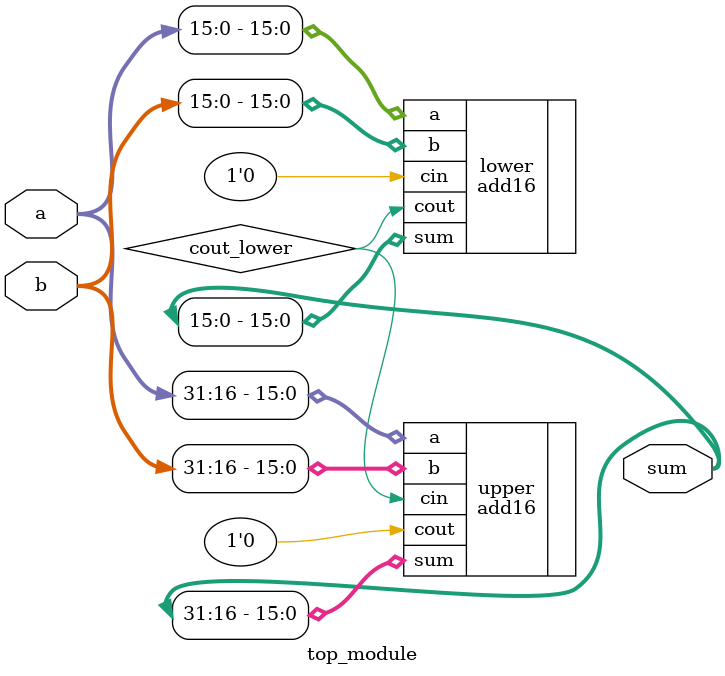
<source format=v>
module top_module(
    input [31:0] a,
    input [31:0] b,
    output [31:0] sum
);
    wire cout_lower;
    add16 lower(
        .a(a[15:0]),
        .b(b[15:0]),
        .cin(1'b0),
        .sum(sum[15:0]),
        .cout(cout_lower)
    );
    add16 upper(
        .a(a[31:16]),
        .b(b[31:16]),
        .cin(cout_lower),
        .sum(sum[31:16]),
        .cout(1'b0)
    );

endmodule

</source>
